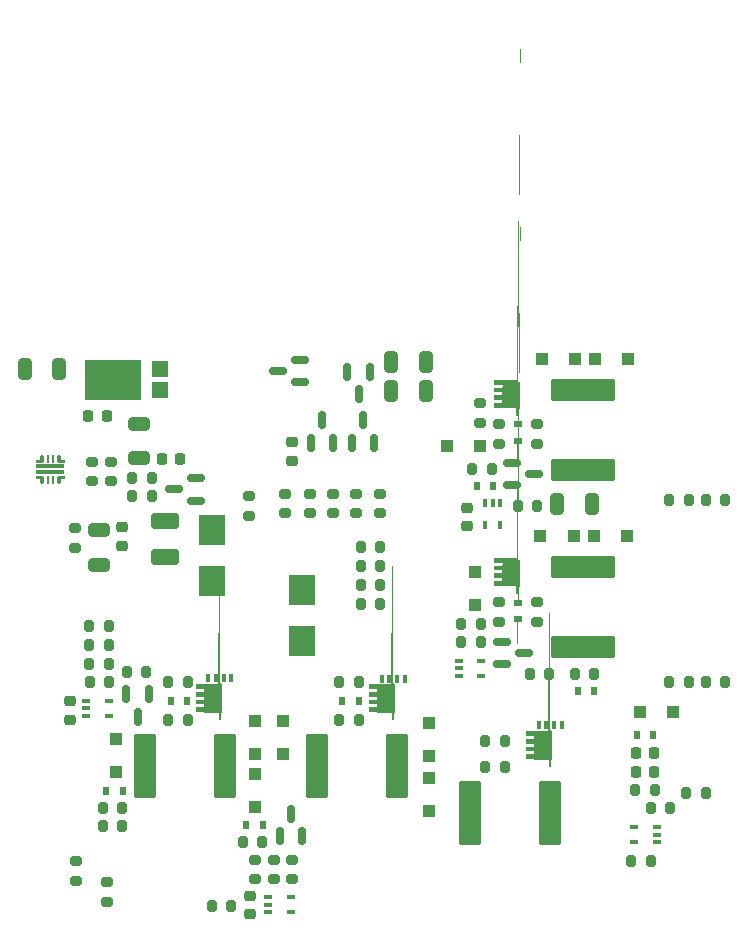
<source format=gbr>
G04 #@! TF.GenerationSoftware,KiCad,Pcbnew,8.0.2+dfsg-1*
G04 #@! TF.CreationDate,2024-06-08T19:17:01+01:00*
G04 #@! TF.ProjectId,owl-driver-board,6f776c2d-6472-4697-9665-722d626f6172,rev?*
G04 #@! TF.SameCoordinates,Original*
G04 #@! TF.FileFunction,Paste,Bot*
G04 #@! TF.FilePolarity,Positive*
%FSLAX46Y46*%
G04 Gerber Fmt 4.6, Leading zero omitted, Abs format (unit mm)*
G04 Created by KiCad (PCBNEW 8.0.2+dfsg-1) date 2024-06-08 19:17:01*
%MOMM*%
%LPD*%
G01*
G04 APERTURE LIST*
G04 Aperture macros list*
%AMRoundRect*
0 Rectangle with rounded corners*
0 $1 Rounding radius*
0 $2 $3 $4 $5 $6 $7 $8 $9 X,Y pos of 4 corners*
0 Add a 4 corners polygon primitive as box body*
4,1,4,$2,$3,$4,$5,$6,$7,$8,$9,$2,$3,0*
0 Add four circle primitives for the rounded corners*
1,1,$1+$1,$2,$3*
1,1,$1+$1,$4,$5*
1,1,$1+$1,$6,$7*
1,1,$1+$1,$8,$9*
0 Add four rect primitives between the rounded corners*
20,1,$1+$1,$2,$3,$4,$5,0*
20,1,$1+$1,$4,$5,$6,$7,0*
20,1,$1+$1,$6,$7,$8,$9,0*
20,1,$1+$1,$8,$9,$2,$3,0*%
%AMFreePoly0*
4,1,5,0.202500,-0.377500,-0.202500,-0.377500,-0.202500,0.377500,0.202500,0.377500,0.202500,-0.377500,0.202500,-0.377500,$1*%
%AMFreePoly1*
4,1,53,0.118849,1.240000,0.127973,1.217973,0.150000,1.208849,0.168849,1.208849,0.168849,-1.228849,0.150000,-1.228849,0.127973,-1.237973,0.118849,-1.260000,0.118849,-1.828849,-0.118849,-1.828849,-0.118849,-1.260000,-0.127973,-1.237973,-0.150000,-1.228849,-1.318849,-1.228849,-1.318849,-1.210000,-1.327973,-1.187973,-1.350000,-1.178849,-2.018849,-1.178849,-2.018849,-0.791151,-1.350000,-0.791151,
-1.327973,-0.782027,-1.318849,-0.760000,-1.318849,-0.560000,-1.327973,-0.537973,-1.350000,-0.528849,-2.018849,-0.528849,-2.018849,-0.141151,-1.350000,-0.141151,-1.327973,-0.132027,-1.318849,-0.110000,-1.318849,0.090000,-1.327973,0.112027,-1.350000,0.121151,-2.018849,0.121151,-2.018849,0.508849,-1.350000,0.508849,-1.327973,0.517973,-1.318849,0.540000,-1.318849,0.740000,-1.327973,0.762027,
-1.350000,0.771151,-2.018849,0.771151,-2.018849,1.158849,-1.350000,1.158849,-1.327973,1.167973,-1.318849,1.190000,-1.318849,1.208849,-0.150000,1.208849,-0.127973,1.217973,-0.118849,1.240000,-0.118849,1.808849,0.118849,1.808849,0.118849,1.240000,0.118849,1.240000,$1*%
%AMFreePoly2*
4,1,27,0.269134,0.146194,0.285355,0.135355,0.296194,0.119134,0.300000,0.100000,0.300000,-0.450000,0.296194,-0.469134,0.285355,-0.485355,0.269134,-0.496194,0.250000,-0.500000,0.100000,-0.500000,0.080866,-0.496194,0.064645,-0.485355,0.053806,-0.469134,0.050000,-0.450000,0.050000,-0.150000,-0.250000,-0.150000,-0.269134,-0.146194,-0.285355,-0.135355,-0.296194,-0.119134,-0.300000,-0.100000,
-0.300000,0.100000,-0.296194,0.119134,-0.285355,0.135355,-0.269134,0.146194,-0.250000,0.150000,0.250000,0.150000,0.269134,0.146194,0.269134,0.146194,$1*%
%AMFreePoly3*
4,1,28,0.269134,0.496194,0.285355,0.485355,0.296194,0.469134,0.300000,0.450000,0.300000,-0.100000,0.296194,-0.119134,0.285355,-0.135355,0.269134,-0.146194,0.250000,-0.150000,0.000000,-0.150000,-0.250000,-0.150000,-0.269134,-0.146194,-0.285355,-0.135355,-0.296194,-0.119134,-0.300000,-0.100000,-0.300000,0.100000,-0.296194,0.119134,-0.285355,0.135355,-0.269134,0.146194,-0.250000,0.150000,
0.050000,0.150000,0.050000,0.450000,0.053806,0.469134,0.064645,0.485355,0.080866,0.496194,0.100000,0.500000,0.250000,0.500000,0.269134,0.496194,0.269134,0.496194,$1*%
%AMFreePoly4*
4,1,28,-0.080866,0.496194,-0.064645,0.485355,-0.053806,0.469134,-0.050000,0.450000,-0.050000,0.150000,0.250000,0.150000,0.269134,0.146194,0.285355,0.135355,0.296194,0.119134,0.300000,0.100000,0.300000,-0.100000,0.296194,-0.119134,0.285355,-0.135355,0.269134,-0.146194,0.250000,-0.150000,0.000000,-0.150000,-0.250000,-0.150000,-0.269134,-0.146194,-0.285355,-0.135355,-0.296194,-0.119134,
-0.300000,-0.100000,-0.300000,0.450000,-0.296194,0.469134,-0.285355,0.485355,-0.269134,0.496194,-0.250000,0.500000,-0.100000,0.500000,-0.080866,0.496194,-0.080866,0.496194,$1*%
%AMFreePoly5*
4,1,27,0.269134,0.146194,0.285355,0.135355,0.296194,0.119134,0.300000,0.100000,0.300000,-0.100000,0.296194,-0.119134,0.285355,-0.135355,0.269134,-0.146194,0.250000,-0.150000,-0.050000,-0.150000,-0.050000,-0.450000,-0.053806,-0.469134,-0.064645,-0.485355,-0.080866,-0.496194,-0.100000,-0.500000,-0.250000,-0.500000,-0.269134,-0.496194,-0.285355,-0.485355,-0.296194,-0.469134,-0.300000,-0.450000,
-0.300000,0.100000,-0.296194,0.119134,-0.285355,0.135355,-0.269134,0.146194,-0.250000,0.150000,0.250000,0.150000,0.269134,0.146194,0.269134,0.146194,$1*%
G04 Aperture macros list end*
%ADD10R,0.600000X0.700000*%
%ADD11R,1.100000X1.100000*%
%ADD12RoundRect,0.150000X0.587500X0.150000X-0.587500X0.150000X-0.587500X-0.150000X0.587500X-0.150000X0*%
%ADD13RoundRect,0.250000X-0.712500X-2.475000X0.712500X-2.475000X0.712500X2.475000X-0.712500X2.475000X0*%
%ADD14RoundRect,0.200000X-0.200000X-0.275000X0.200000X-0.275000X0.200000X0.275000X-0.200000X0.275000X0*%
%ADD15RoundRect,0.200000X0.200000X0.275000X-0.200000X0.275000X-0.200000X-0.275000X0.200000X-0.275000X0*%
%ADD16RoundRect,0.150000X0.150000X-0.587500X0.150000X0.587500X-0.150000X0.587500X-0.150000X-0.587500X0*%
%ADD17RoundRect,0.250000X0.325000X0.650000X-0.325000X0.650000X-0.325000X-0.650000X0.325000X-0.650000X0*%
%ADD18FreePoly0,180.000000*%
%ADD19FreePoly1,90.000000*%
%ADD20RoundRect,0.200000X-0.275000X0.200000X-0.275000X-0.200000X0.275000X-0.200000X0.275000X0.200000X0*%
%ADD21RoundRect,0.225000X0.250000X-0.225000X0.250000X0.225000X-0.250000X0.225000X-0.250000X-0.225000X0*%
%ADD22RoundRect,0.200000X0.275000X-0.200000X0.275000X0.200000X-0.275000X0.200000X-0.275000X-0.200000X0*%
%ADD23RoundRect,0.225000X-0.250000X0.225000X-0.250000X-0.225000X0.250000X-0.225000X0.250000X0.225000X0*%
%ADD24R,0.700000X0.600000*%
%ADD25RoundRect,0.100000X-0.225000X-0.100000X0.225000X-0.100000X0.225000X0.100000X-0.225000X0.100000X0*%
%ADD26RoundRect,0.150000X-0.150000X0.587500X-0.150000X-0.587500X0.150000X-0.587500X0.150000X0.587500X0*%
%ADD27R,2.300000X2.500000*%
%ADD28RoundRect,0.100000X0.225000X0.100000X-0.225000X0.100000X-0.225000X-0.100000X0.225000X-0.100000X0*%
%ADD29FreePoly0,270.000000*%
%ADD30FreePoly1,180.000000*%
%ADD31RoundRect,0.250000X-0.325000X-0.650000X0.325000X-0.650000X0.325000X0.650000X-0.325000X0.650000X0*%
%ADD32RoundRect,0.250000X-2.475000X0.712500X-2.475000X-0.712500X2.475000X-0.712500X2.475000X0.712500X0*%
%ADD33RoundRect,0.250000X0.712500X2.475000X-0.712500X2.475000X-0.712500X-2.475000X0.712500X-2.475000X0*%
%ADD34RoundRect,0.100000X-0.100000X0.225000X-0.100000X-0.225000X0.100000X-0.225000X0.100000X0.225000X0*%
%ADD35RoundRect,0.150000X-0.587500X-0.150000X0.587500X-0.150000X0.587500X0.150000X-0.587500X0.150000X0*%
%ADD36RoundRect,0.250000X0.650000X-0.325000X0.650000X0.325000X-0.650000X0.325000X-0.650000X-0.325000X0*%
%ADD37R,4.860000X3.360000*%
%ADD38R,1.400000X1.390000*%
%ADD39RoundRect,0.250000X-0.650000X0.325000X-0.650000X-0.325000X0.650000X-0.325000X0.650000X0.325000X0*%
%ADD40RoundRect,0.225000X0.225000X0.250000X-0.225000X0.250000X-0.225000X-0.250000X0.225000X-0.250000X0*%
%ADD41RoundRect,0.225000X-0.225000X-0.250000X0.225000X-0.250000X0.225000X0.250000X-0.225000X0.250000X0*%
%ADD42RoundRect,0.250000X-0.925000X0.412500X-0.925000X-0.412500X0.925000X-0.412500X0.925000X0.412500X0*%
%ADD43FreePoly2,90.000000*%
%ADD44RoundRect,0.050000X0.075000X-0.250000X0.075000X0.250000X-0.075000X0.250000X-0.075000X-0.250000X0*%
%ADD45FreePoly3,90.000000*%
%ADD46RoundRect,0.050000X1.150000X-0.100000X1.150000X0.100000X-1.150000X0.100000X-1.150000X-0.100000X0*%
%ADD47FreePoly4,90.000000*%
%ADD48FreePoly5,90.000000*%
G04 APERTURE END LIST*
D10*
X56350000Y-39600000D03*
X54950000Y-39600000D03*
D11*
X51400000Y-7800000D03*
X54200000Y-7800000D03*
X22600000Y-38400000D03*
X22600000Y-41200000D03*
D12*
X26437500Y-7850000D03*
X26437500Y-9750000D03*
X24562500Y-8800000D03*
D13*
X40812500Y-46200000D03*
X47587500Y-46200000D03*
D14*
X31575000Y-26900000D03*
X33225000Y-26900000D03*
D15*
X43775000Y-42300000D03*
X42125000Y-42300000D03*
D11*
X46900000Y-7800000D03*
X49700000Y-7800000D03*
D16*
X32750000Y-14837500D03*
X30850000Y-14837500D03*
X31800000Y-12962500D03*
D17*
X37075000Y-8000000D03*
X34125000Y-8000000D03*
D18*
X35300000Y-34850000D03*
D19*
X34315000Y-36500000D03*
D18*
X34650000Y-34850000D03*
X34000000Y-34850000D03*
X33350000Y-34850000D03*
D11*
X22650000Y-42900000D03*
X22650000Y-45700000D03*
D20*
X27300000Y-19175000D03*
X27300000Y-20825000D03*
D14*
X21575000Y-48700000D03*
X23225000Y-48700000D03*
D21*
X22200000Y-54775000D03*
X22200000Y-53225000D03*
D15*
X59375000Y-35100000D03*
X57725000Y-35100000D03*
D22*
X25750000Y-51825000D03*
X25750000Y-50175000D03*
D10*
X41400000Y-18550000D03*
X42800000Y-18550000D03*
X30000000Y-36700000D03*
X31400000Y-36700000D03*
D15*
X10250000Y-30375000D03*
X8600000Y-30375000D03*
D23*
X11400000Y-22025000D03*
X11400000Y-23575000D03*
D15*
X57775000Y-45800000D03*
X56125000Y-45800000D03*
D24*
X44900000Y-29800000D03*
X44900000Y-28400000D03*
D11*
X37350000Y-38600000D03*
X37350000Y-41400000D03*
D15*
X59375000Y-19700000D03*
X57725000Y-19700000D03*
D25*
X39900000Y-34600000D03*
X39900000Y-33950000D03*
X39900000Y-33300000D03*
X41800000Y-33300000D03*
X41800000Y-34600000D03*
D22*
X41700000Y-13175000D03*
X41700000Y-11525000D03*
D15*
X56475000Y-44250000D03*
X54825000Y-44250000D03*
X47525000Y-34400000D03*
X45875000Y-34400000D03*
D21*
X40600000Y-21925000D03*
X40600000Y-20375000D03*
D15*
X13875000Y-19400000D03*
X12225000Y-19400000D03*
D14*
X40075000Y-31750000D03*
X41725000Y-31750000D03*
D10*
X15500000Y-36700000D03*
X16900000Y-36700000D03*
D11*
X25000000Y-38400000D03*
X25000000Y-41200000D03*
D18*
X20625000Y-34800000D03*
D19*
X19640000Y-36450000D03*
D18*
X19975000Y-34800000D03*
X19325000Y-34800000D03*
X18675000Y-34800000D03*
D15*
X11375000Y-47300000D03*
X9725000Y-47300000D03*
X10275000Y-35125000D03*
X8625000Y-35125000D03*
D24*
X44900000Y-14700000D03*
X44900000Y-13300000D03*
D26*
X11750000Y-36162500D03*
X13650000Y-36162500D03*
X12700000Y-38037500D03*
D11*
X51350000Y-22750000D03*
X54150000Y-22750000D03*
D14*
X31575000Y-25300000D03*
X33225000Y-25300000D03*
D11*
X46800000Y-22750000D03*
X49600000Y-22750000D03*
D14*
X31575000Y-28500000D03*
X33225000Y-28500000D03*
D15*
X56125000Y-50300000D03*
X54475000Y-50300000D03*
D10*
X10050000Y-44300000D03*
X11450000Y-44300000D03*
D11*
X38850000Y-15100000D03*
X41650000Y-15100000D03*
D22*
X22650000Y-51825000D03*
X22650000Y-50175000D03*
D27*
X26600000Y-31650000D03*
X26600000Y-27350000D03*
D11*
X58000000Y-37650000D03*
X55200000Y-37650000D03*
D20*
X8850000Y-16475000D03*
X8850000Y-18125000D03*
D28*
X56650000Y-47400000D03*
X56650000Y-48050000D03*
X56650000Y-48700000D03*
X54750000Y-48700000D03*
X54750000Y-47400000D03*
D16*
X26650000Y-48137500D03*
X24750000Y-48137500D03*
X25700000Y-46262500D03*
D15*
X41725000Y-30200000D03*
X40075000Y-30200000D03*
D14*
X60775000Y-19700000D03*
X62425000Y-19700000D03*
D22*
X7450000Y-51925000D03*
X7450000Y-50275000D03*
D29*
X43250000Y-24775000D03*
D30*
X44900000Y-25760000D03*
D29*
X43250000Y-25425000D03*
X43250000Y-26075000D03*
X43250000Y-26725000D03*
D31*
X48225000Y-20000000D03*
X51175000Y-20000000D03*
D15*
X11375000Y-45800000D03*
X9725000Y-45800000D03*
D21*
X6950000Y-38300000D03*
X6950000Y-36750000D03*
D15*
X10250000Y-33550000D03*
X8600000Y-33550000D03*
D12*
X17675000Y-17850000D03*
X17675000Y-19750000D03*
X15800000Y-18800000D03*
D32*
X50400000Y-10412500D03*
X50400000Y-17187500D03*
D10*
X23300000Y-47250000D03*
X21900000Y-47250000D03*
D20*
X25200000Y-19187500D03*
X25200000Y-20837500D03*
X29200000Y-19187500D03*
X29200000Y-20837500D03*
D33*
X34637500Y-42200000D03*
X27862500Y-42200000D03*
D16*
X29250000Y-14837500D03*
X27350000Y-14837500D03*
X28300000Y-12962500D03*
D15*
X31425000Y-35100000D03*
X29775000Y-35100000D03*
X20625000Y-54100000D03*
X18975000Y-54100000D03*
D20*
X31200000Y-19187500D03*
X31200000Y-20837500D03*
X33200000Y-19175000D03*
X33200000Y-20825000D03*
D18*
X48600000Y-38792500D03*
D19*
X47615000Y-40442500D03*
D18*
X47950000Y-38792500D03*
X47300000Y-38792500D03*
X46650000Y-38792500D03*
D10*
X51350000Y-35900000D03*
X49950000Y-35900000D03*
D11*
X41300000Y-25800000D03*
X41300000Y-28600000D03*
D34*
X42100000Y-19950000D03*
X42750000Y-19950000D03*
X43400000Y-19950000D03*
X43400000Y-21850000D03*
X42100000Y-21850000D03*
D35*
X44362500Y-18450000D03*
X44362500Y-16550000D03*
X46237500Y-17500000D03*
D25*
X23750000Y-54600000D03*
X23750000Y-53950000D03*
X23750000Y-53300000D03*
X25650000Y-53300000D03*
X25650000Y-54600000D03*
D11*
X37350000Y-43200000D03*
X37350000Y-46000000D03*
D25*
X8350000Y-38000000D03*
X8350000Y-37350000D03*
X8350000Y-36700000D03*
X10250000Y-36700000D03*
X10250000Y-38000000D03*
D36*
X12800000Y-16175000D03*
X12800000Y-13225000D03*
D35*
X43512500Y-33600000D03*
X43512500Y-31700000D03*
X45387500Y-32650000D03*
D15*
X42675000Y-17050000D03*
X41025000Y-17050000D03*
D23*
X25800000Y-14825000D03*
X25800000Y-16375000D03*
D22*
X24200000Y-51825000D03*
X24200000Y-50175000D03*
D20*
X43300000Y-13275000D03*
X43300000Y-14925000D03*
D15*
X13425000Y-34300000D03*
X11775000Y-34300000D03*
D14*
X29775000Y-38300000D03*
X31425000Y-38300000D03*
X31575000Y-23700000D03*
X33225000Y-23700000D03*
X59125000Y-44550000D03*
X60775000Y-44550000D03*
D22*
X10100000Y-53725000D03*
X10100000Y-52075000D03*
X46500000Y-30025000D03*
X46500000Y-28375000D03*
D15*
X10250000Y-31975000D03*
X8600000Y-31975000D03*
D22*
X46500000Y-14925000D03*
X46500000Y-13275000D03*
D20*
X22100000Y-19375000D03*
X22100000Y-21025000D03*
D26*
X30450000Y-8862500D03*
X32350000Y-8862500D03*
X31400000Y-10737500D03*
D15*
X62425000Y-35100000D03*
X60775000Y-35100000D03*
D37*
X10580000Y-9500000D03*
D38*
X14562000Y-8580000D03*
X14562000Y-10420000D03*
D17*
X37075000Y-10500000D03*
X34125000Y-10500000D03*
D15*
X46525000Y-20200000D03*
X44875000Y-20200000D03*
D33*
X20087500Y-42200000D03*
X13312500Y-42200000D03*
D14*
X15275000Y-38300000D03*
X16925000Y-38300000D03*
D39*
X9400000Y-22225000D03*
X9400000Y-25175000D03*
D22*
X10400000Y-18125000D03*
X10400000Y-16475000D03*
D40*
X56425000Y-41150000D03*
X54875000Y-41150000D03*
D29*
X43250000Y-9775000D03*
D30*
X44900000Y-10760000D03*
D29*
X43250000Y-10425000D03*
X43250000Y-11075000D03*
X43250000Y-11725000D03*
D41*
X14725000Y-16250000D03*
X16275000Y-16250000D03*
D15*
X13875000Y-17850000D03*
X12225000Y-17850000D03*
D22*
X7400000Y-23725000D03*
X7400000Y-22075000D03*
D42*
X15000000Y-21462500D03*
X15000000Y-24537500D03*
D43*
X6000000Y-18000000D03*
D44*
X5525000Y-18000000D03*
X5075000Y-18000000D03*
D45*
X4600000Y-18000000D03*
D46*
X5300000Y-17350000D03*
X5300000Y-16850000D03*
D47*
X4600000Y-16200000D03*
D44*
X5075000Y-16200000D03*
X5525000Y-16200000D03*
D48*
X6000000Y-16200000D03*
D40*
X10075000Y-12600000D03*
X8525000Y-12600000D03*
X56425000Y-42700000D03*
X54875000Y-42700000D03*
D15*
X43775000Y-40100000D03*
X42125000Y-40100000D03*
D14*
X49700000Y-34400000D03*
X51350000Y-34400000D03*
D15*
X16925000Y-35100000D03*
X15275000Y-35100000D03*
D20*
X43300000Y-28375000D03*
X43300000Y-30025000D03*
D11*
X10900000Y-39900000D03*
X10900000Y-42700000D03*
D27*
X19000000Y-22250000D03*
X19000000Y-26550000D03*
D32*
X50400000Y-25412500D03*
X50400000Y-32187500D03*
D31*
X3125000Y-8625000D03*
X6075000Y-8625000D03*
M02*

</source>
